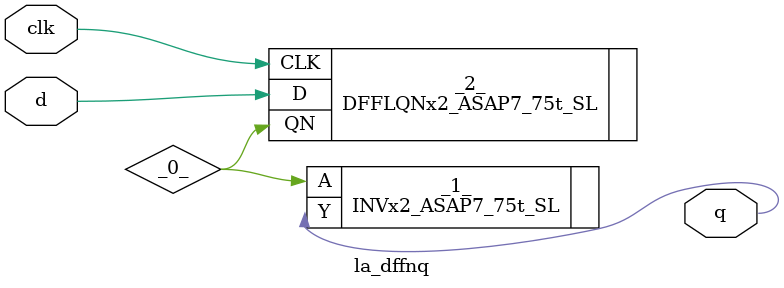
<source format=v>

/* Generated by Yosys 0.37 (git sha1 a5c7f69ed, clang 14.0.0-1ubuntu1.1 -fPIC -Os) */

module la_dffnq(d, clk, q);
  wire _0_;
  input clk;
  wire clk;
  input d;
  wire d;
  output q;
  wire q;
  INVx2_ASAP7_75t_SL _1_ (
    .A(_0_),
    .Y(q)
  );
  DFFLQNx2_ASAP7_75t_SL _2_ (
    .CLK(clk),
    .D(d),
    .QN(_0_)
  );
endmodule

</source>
